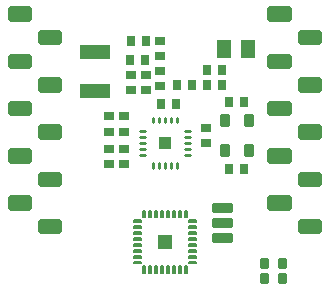
<source format=gtp>
G75*
G70*
%OFA0B0*%
%FSLAX24Y24*%
%IPPOS*%
%LPD*%
%AMOC8*
5,1,8,0,0,1.08239X$1,22.5*
%
%ADD10C,0.0059*%
%ADD11R,0.0500X0.0500*%
%ADD12C,0.0150*%
%ADD13R,0.0450X0.0600*%
%ADD14C,0.0250*%
%ADD15R,0.0354X0.0276*%
%ADD16R,0.0276X0.0354*%
%ADD17C,0.0116*%
%ADD18R,0.0420X0.0420*%
%ADD19C,0.0175*%
%ADD20R,0.0984X0.0472*%
D10*
X007241Y003029D02*
X007459Y003029D01*
X007459Y002969D01*
X007241Y002969D01*
X007241Y003029D01*
X007241Y003027D02*
X007459Y003027D01*
X007459Y003225D02*
X007241Y003225D01*
X007459Y003225D02*
X007459Y003165D01*
X007241Y003165D01*
X007241Y003225D01*
X007241Y003223D02*
X007459Y003223D01*
X007459Y003422D02*
X007241Y003422D01*
X007459Y003422D02*
X007459Y003362D01*
X007241Y003362D01*
X007241Y003422D01*
X007241Y003420D02*
X007459Y003420D01*
X007459Y003619D02*
X007241Y003619D01*
X007459Y003619D02*
X007459Y003559D01*
X007241Y003559D01*
X007241Y003619D01*
X007241Y003617D02*
X007459Y003617D01*
X007459Y003816D02*
X007241Y003816D01*
X007459Y003816D02*
X007459Y003756D01*
X007241Y003756D01*
X007241Y003816D01*
X007241Y003814D02*
X007459Y003814D01*
X007459Y004013D02*
X007241Y004013D01*
X007459Y004013D02*
X007459Y003953D01*
X007241Y003953D01*
X007241Y004013D01*
X007241Y004011D02*
X007459Y004011D01*
X007459Y004210D02*
X007241Y004210D01*
X007459Y004210D02*
X007459Y004150D01*
X007241Y004150D01*
X007241Y004210D01*
X007241Y004208D02*
X007459Y004208D01*
X007459Y004406D02*
X007241Y004406D01*
X007459Y004406D02*
X007459Y004346D01*
X007241Y004346D01*
X007241Y004406D01*
X007241Y004404D02*
X007459Y004404D01*
X007556Y004722D02*
X007616Y004722D01*
X007616Y004504D01*
X007556Y004504D01*
X007556Y004722D01*
X007556Y004562D02*
X007616Y004562D01*
X007616Y004620D02*
X007556Y004620D01*
X007556Y004678D02*
X007616Y004678D01*
X007753Y004722D02*
X007813Y004722D01*
X007813Y004504D01*
X007753Y004504D01*
X007753Y004722D01*
X007753Y004562D02*
X007813Y004562D01*
X007813Y004620D02*
X007753Y004620D01*
X007753Y004678D02*
X007813Y004678D01*
X007950Y004722D02*
X008010Y004722D01*
X008010Y004504D01*
X007950Y004504D01*
X007950Y004722D01*
X007950Y004562D02*
X008010Y004562D01*
X008010Y004620D02*
X007950Y004620D01*
X007950Y004678D02*
X008010Y004678D01*
X008147Y004722D02*
X008207Y004722D01*
X008207Y004504D01*
X008147Y004504D01*
X008147Y004722D01*
X008147Y004562D02*
X008207Y004562D01*
X008207Y004620D02*
X008147Y004620D01*
X008147Y004678D02*
X008207Y004678D01*
X008343Y004722D02*
X008403Y004722D01*
X008403Y004504D01*
X008343Y004504D01*
X008343Y004722D01*
X008343Y004562D02*
X008403Y004562D01*
X008403Y004620D02*
X008343Y004620D01*
X008343Y004678D02*
X008403Y004678D01*
X008540Y004722D02*
X008600Y004722D01*
X008600Y004504D01*
X008540Y004504D01*
X008540Y004722D01*
X008540Y004562D02*
X008600Y004562D01*
X008600Y004620D02*
X008540Y004620D01*
X008540Y004678D02*
X008600Y004678D01*
X008737Y004722D02*
X008797Y004722D01*
X008797Y004504D01*
X008737Y004504D01*
X008737Y004722D01*
X008737Y004562D02*
X008797Y004562D01*
X008797Y004620D02*
X008737Y004620D01*
X008737Y004678D02*
X008797Y004678D01*
X008934Y004722D02*
X008994Y004722D01*
X008994Y004504D01*
X008934Y004504D01*
X008934Y004722D01*
X008934Y004562D02*
X008994Y004562D01*
X008994Y004620D02*
X008934Y004620D01*
X008934Y004678D02*
X008994Y004678D01*
X009091Y004406D02*
X009309Y004406D01*
X009309Y004346D01*
X009091Y004346D01*
X009091Y004406D01*
X009091Y004404D02*
X009309Y004404D01*
X009309Y004210D02*
X009091Y004210D01*
X009309Y004210D02*
X009309Y004150D01*
X009091Y004150D01*
X009091Y004210D01*
X009091Y004208D02*
X009309Y004208D01*
X009309Y004013D02*
X009091Y004013D01*
X009309Y004013D02*
X009309Y003953D01*
X009091Y003953D01*
X009091Y004013D01*
X009091Y004011D02*
X009309Y004011D01*
X009309Y003816D02*
X009091Y003816D01*
X009309Y003816D02*
X009309Y003756D01*
X009091Y003756D01*
X009091Y003816D01*
X009091Y003814D02*
X009309Y003814D01*
X009309Y003619D02*
X009091Y003619D01*
X009309Y003619D02*
X009309Y003559D01*
X009091Y003559D01*
X009091Y003619D01*
X009091Y003617D02*
X009309Y003617D01*
X009309Y003422D02*
X009091Y003422D01*
X009309Y003422D02*
X009309Y003362D01*
X009091Y003362D01*
X009091Y003422D01*
X009091Y003420D02*
X009309Y003420D01*
X009309Y003225D02*
X009091Y003225D01*
X009309Y003225D02*
X009309Y003165D01*
X009091Y003165D01*
X009091Y003225D01*
X009091Y003223D02*
X009309Y003223D01*
X009309Y003029D02*
X009091Y003029D01*
X009309Y003029D02*
X009309Y002969D01*
X009091Y002969D01*
X009091Y003029D01*
X009091Y003027D02*
X009309Y003027D01*
X008994Y002871D02*
X008934Y002871D01*
X008994Y002871D02*
X008994Y002653D01*
X008934Y002653D01*
X008934Y002871D01*
X008934Y002711D02*
X008994Y002711D01*
X008994Y002769D02*
X008934Y002769D01*
X008934Y002827D02*
X008994Y002827D01*
X008797Y002871D02*
X008737Y002871D01*
X008797Y002871D02*
X008797Y002653D01*
X008737Y002653D01*
X008737Y002871D01*
X008737Y002711D02*
X008797Y002711D01*
X008797Y002769D02*
X008737Y002769D01*
X008737Y002827D02*
X008797Y002827D01*
X008600Y002871D02*
X008540Y002871D01*
X008600Y002871D02*
X008600Y002653D01*
X008540Y002653D01*
X008540Y002871D01*
X008540Y002711D02*
X008600Y002711D01*
X008600Y002769D02*
X008540Y002769D01*
X008540Y002827D02*
X008600Y002827D01*
X008403Y002871D02*
X008343Y002871D01*
X008403Y002871D02*
X008403Y002653D01*
X008343Y002653D01*
X008343Y002871D01*
X008343Y002711D02*
X008403Y002711D01*
X008403Y002769D02*
X008343Y002769D01*
X008343Y002827D02*
X008403Y002827D01*
X008207Y002871D02*
X008147Y002871D01*
X008207Y002871D02*
X008207Y002653D01*
X008147Y002653D01*
X008147Y002871D01*
X008147Y002711D02*
X008207Y002711D01*
X008207Y002769D02*
X008147Y002769D01*
X008147Y002827D02*
X008207Y002827D01*
X008010Y002871D02*
X007950Y002871D01*
X008010Y002871D02*
X008010Y002653D01*
X007950Y002653D01*
X007950Y002871D01*
X007950Y002711D02*
X008010Y002711D01*
X008010Y002769D02*
X007950Y002769D01*
X007950Y002827D02*
X008010Y002827D01*
X007813Y002871D02*
X007753Y002871D01*
X007813Y002871D02*
X007813Y002653D01*
X007753Y002653D01*
X007753Y002871D01*
X007753Y002711D02*
X007813Y002711D01*
X007813Y002769D02*
X007753Y002769D01*
X007753Y002827D02*
X007813Y002827D01*
X007616Y002871D02*
X007556Y002871D01*
X007616Y002871D02*
X007616Y002653D01*
X007556Y002653D01*
X007556Y002871D01*
X007556Y002711D02*
X007616Y002711D01*
X007616Y002769D02*
X007556Y002769D01*
X007556Y002827D02*
X007616Y002827D01*
D11*
X008275Y003688D03*
D12*
X010450Y003763D02*
X010450Y003913D01*
X010450Y003763D02*
X009900Y003763D01*
X009900Y003913D01*
X010450Y003913D01*
X010450Y003912D02*
X009900Y003912D01*
X010450Y004263D02*
X010450Y004413D01*
X010450Y004263D02*
X009900Y004263D01*
X009900Y004413D01*
X010450Y004413D01*
X010450Y004412D02*
X009900Y004412D01*
X010450Y004763D02*
X010450Y004913D01*
X010450Y004763D02*
X009900Y004763D01*
X009900Y004913D01*
X010450Y004913D01*
X010450Y004912D02*
X009900Y004912D01*
X011500Y003088D02*
X011650Y003088D01*
X011650Y002888D01*
X011500Y002888D01*
X011500Y003088D01*
X011500Y003037D02*
X011650Y003037D01*
X012100Y003088D02*
X012250Y003088D01*
X012250Y002888D01*
X012100Y002888D01*
X012100Y003088D01*
X012100Y003037D02*
X012250Y003037D01*
X012250Y002588D02*
X012100Y002588D01*
X012250Y002588D02*
X012250Y002388D01*
X012100Y002388D01*
X012100Y002588D01*
X012100Y002537D02*
X012250Y002537D01*
X011650Y002588D02*
X011500Y002588D01*
X011650Y002588D02*
X011650Y002388D01*
X011500Y002388D01*
X011500Y002588D01*
X011500Y002537D02*
X011650Y002537D01*
D13*
X011050Y010125D03*
X010250Y010125D03*
D14*
X004722Y004317D02*
X004186Y004317D01*
X004722Y004317D02*
X004722Y004067D01*
X004186Y004067D01*
X004186Y004317D01*
X004186Y004316D02*
X004722Y004316D01*
X003698Y005104D02*
X003162Y005104D01*
X003698Y005104D02*
X003698Y004854D01*
X003162Y004854D01*
X003162Y005104D01*
X003162Y005103D02*
X003698Y005103D01*
X004186Y005891D02*
X004722Y005891D01*
X004722Y005641D01*
X004186Y005641D01*
X004186Y005891D01*
X004186Y005890D02*
X004722Y005890D01*
X003698Y006679D02*
X003162Y006679D01*
X003698Y006679D02*
X003698Y006429D01*
X003162Y006429D01*
X003162Y006679D01*
X003162Y006678D02*
X003698Y006678D01*
X004186Y007466D02*
X004722Y007466D01*
X004722Y007216D01*
X004186Y007216D01*
X004186Y007466D01*
X004186Y007465D02*
X004722Y007465D01*
X003698Y008254D02*
X003162Y008254D01*
X003698Y008254D02*
X003698Y008004D01*
X003162Y008004D01*
X003162Y008254D01*
X003162Y008253D02*
X003698Y008253D01*
X004186Y009041D02*
X004722Y009041D01*
X004722Y008791D01*
X004186Y008791D01*
X004186Y009041D01*
X004186Y009040D02*
X004722Y009040D01*
X003698Y009829D02*
X003162Y009829D01*
X003698Y009829D02*
X003698Y009579D01*
X003162Y009579D01*
X003162Y009829D01*
X003162Y009828D02*
X003698Y009828D01*
X004186Y010616D02*
X004722Y010616D01*
X004722Y010366D01*
X004186Y010366D01*
X004186Y010616D01*
X004186Y010615D02*
X004722Y010615D01*
X003698Y011403D02*
X003162Y011403D01*
X003698Y011403D02*
X003698Y011153D01*
X003162Y011153D01*
X003162Y011403D01*
X003162Y011402D02*
X003698Y011402D01*
X011823Y011403D02*
X012359Y011403D01*
X012359Y011153D01*
X011823Y011153D01*
X011823Y011403D01*
X011823Y011402D02*
X012359Y011402D01*
X012847Y010616D02*
X013383Y010616D01*
X013383Y010366D01*
X012847Y010366D01*
X012847Y010616D01*
X012847Y010615D02*
X013383Y010615D01*
X012359Y009829D02*
X011823Y009829D01*
X012359Y009829D02*
X012359Y009579D01*
X011823Y009579D01*
X011823Y009829D01*
X011823Y009828D02*
X012359Y009828D01*
X012847Y009041D02*
X013383Y009041D01*
X013383Y008791D01*
X012847Y008791D01*
X012847Y009041D01*
X012847Y009040D02*
X013383Y009040D01*
X012359Y008254D02*
X011823Y008254D01*
X012359Y008254D02*
X012359Y008004D01*
X011823Y008004D01*
X011823Y008254D01*
X011823Y008253D02*
X012359Y008253D01*
X012847Y007466D02*
X013383Y007466D01*
X013383Y007216D01*
X012847Y007216D01*
X012847Y007466D01*
X012847Y007465D02*
X013383Y007465D01*
X012359Y006679D02*
X011823Y006679D01*
X012359Y006679D02*
X012359Y006429D01*
X011823Y006429D01*
X011823Y006679D01*
X011823Y006678D02*
X012359Y006678D01*
X012847Y005891D02*
X013383Y005891D01*
X013383Y005641D01*
X012847Y005641D01*
X012847Y005891D01*
X012847Y005890D02*
X013383Y005890D01*
X012359Y005104D02*
X011823Y005104D01*
X012359Y005104D02*
X012359Y004854D01*
X011823Y004854D01*
X011823Y005104D01*
X011823Y005103D02*
X012359Y005103D01*
X012847Y004317D02*
X013383Y004317D01*
X013383Y004067D01*
X012847Y004067D01*
X012847Y004317D01*
X012847Y004316D02*
X013383Y004316D01*
D15*
X009650Y006982D03*
X009650Y007493D03*
X008113Y008882D03*
X007625Y008744D03*
X007138Y008744D03*
X007138Y009256D03*
X007625Y009256D03*
X008113Y009393D03*
X008113Y009882D03*
X008113Y010393D03*
X006900Y007868D03*
X006400Y007868D03*
X006400Y007357D03*
X006900Y007357D03*
X006900Y006781D03*
X006400Y006781D03*
X006400Y006269D03*
X006900Y006269D03*
D16*
X008132Y008288D03*
X008643Y008288D03*
X008669Y008900D03*
X009181Y008900D03*
X009669Y008900D03*
X010181Y008900D03*
X010394Y008363D03*
X010906Y008363D03*
X010181Y009400D03*
X009669Y009400D03*
X007618Y009750D03*
X007107Y009750D03*
X007132Y010375D03*
X007643Y010375D03*
X010394Y006113D03*
X010906Y006113D03*
D17*
X009110Y006599D02*
X008956Y006599D01*
X008956Y006793D02*
X009110Y006793D01*
X009110Y006988D02*
X008956Y006988D01*
X008956Y007182D02*
X009110Y007182D01*
X009110Y007376D02*
X008956Y007376D01*
X008663Y007669D02*
X008663Y007823D01*
X008469Y007823D02*
X008469Y007669D01*
X008275Y007669D02*
X008275Y007823D01*
X008081Y007823D02*
X008081Y007669D01*
X007887Y007669D02*
X007887Y007823D01*
X007594Y007376D02*
X007440Y007376D01*
X007440Y007182D02*
X007594Y007182D01*
X007594Y006988D02*
X007440Y006988D01*
X007440Y006793D02*
X007594Y006793D01*
X007594Y006599D02*
X007440Y006599D01*
X007887Y006306D02*
X007887Y006152D01*
X008081Y006152D02*
X008081Y006306D01*
X008275Y006306D02*
X008275Y006152D01*
X008469Y006152D02*
X008469Y006306D01*
X008663Y006306D02*
X008663Y006152D01*
D18*
X008275Y006988D03*
D19*
X010338Y006876D02*
X010338Y006600D01*
X010162Y006600D01*
X010162Y006876D01*
X010338Y006876D01*
X010338Y006774D02*
X010162Y006774D01*
X011138Y006876D02*
X011138Y006600D01*
X010962Y006600D01*
X010962Y006876D01*
X011138Y006876D01*
X011138Y006774D02*
X010962Y006774D01*
X011138Y007600D02*
X011138Y007876D01*
X011138Y007600D02*
X010962Y007600D01*
X010962Y007876D01*
X011138Y007876D01*
X011138Y007774D02*
X010962Y007774D01*
X010338Y007876D02*
X010338Y007600D01*
X010162Y007600D01*
X010162Y007876D01*
X010338Y007876D01*
X010338Y007774D02*
X010162Y007774D01*
D20*
X005925Y008700D03*
X005925Y010000D03*
M02*

</source>
